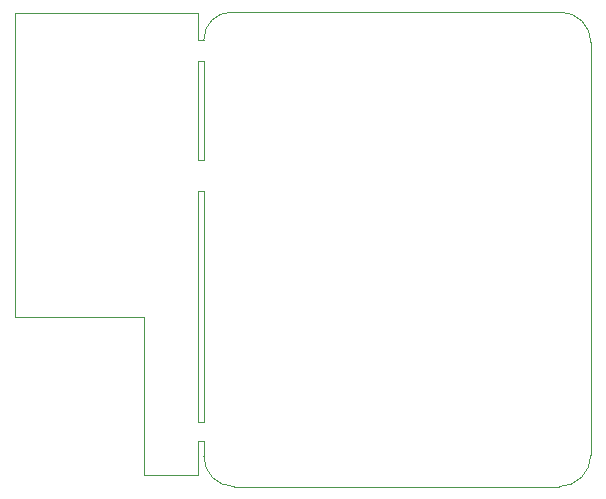
<source format=gm1>
%TF.GenerationSoftware,KiCad,Pcbnew,7.0.1*%
%TF.CreationDate,2024-02-26T17:05:23+01:00*%
%TF.ProjectId,armband,61726d62-616e-4642-9e6b-696361645f70,rev?*%
%TF.SameCoordinates,Original*%
%TF.FileFunction,Profile,NP*%
%FSLAX46Y46*%
G04 Gerber Fmt 4.6, Leading zero omitted, Abs format (unit mm)*
G04 Created by KiCad (PCBNEW 7.0.1) date 2024-02-26 17:05:23*
%MOMM*%
%LPD*%
G01*
G04 APERTURE LIST*
%TA.AperFunction,Profile*%
%ADD10C,0.100000*%
%TD*%
G04 APERTURE END LIST*
D10*
X125476000Y-51816000D02*
X125984000Y-51816000D01*
X125984000Y-60244000D01*
X125476000Y-60244000D01*
X125476000Y-51816000D01*
X125476000Y-47752000D02*
X110000000Y-47752000D01*
X125476000Y-50038000D02*
X125476000Y-47752000D01*
X128542051Y-87884000D02*
X156083000Y-87884000D01*
X120904000Y-86868000D02*
X125476000Y-86868000D01*
X158749915Y-50279236D02*
G75*
G03*
X156191949Y-47721185I-2558015J36D01*
G01*
X110000000Y-47752000D02*
X110000000Y-73500000D01*
X125984000Y-85325949D02*
G75*
G03*
X128542051Y-87884000I2558100J49D01*
G01*
X125476000Y-50038000D02*
X125984000Y-50038000D01*
X120904000Y-73500000D02*
X120904000Y-86868000D01*
X156083000Y-87884000D02*
G75*
G03*
X158750000Y-85217000I0J2667000D01*
G01*
X125984000Y-85325949D02*
X125984000Y-84000000D01*
X125476000Y-86868000D02*
X125476000Y-84000000D01*
X128300815Y-47721185D02*
X156191949Y-47721185D01*
X125984000Y-84000000D02*
X125476000Y-84000000D01*
X158750000Y-50279236D02*
X158750000Y-85217000D01*
X125476000Y-62900000D02*
X125984000Y-62900000D01*
X125984000Y-82390000D01*
X125476000Y-82390000D01*
X125476000Y-62900000D01*
X110000000Y-73500000D02*
X120904000Y-73500000D01*
X128300815Y-47721200D02*
G75*
G03*
X125984000Y-50038000I-15J-2316800D01*
G01*
M02*

</source>
